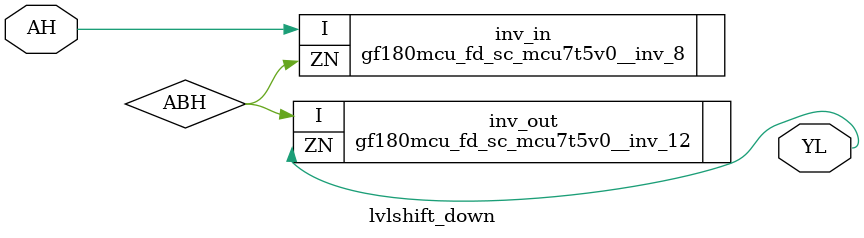
<source format=v>


module lvlshift_down (
`ifdef USE_POWER_PINS
	inout DVDD,	// 5.0V domain power supply
	inout DVSS,	// 5.0V domain ground return
	inout VDD,	// 3.3V domain power supply
`endif
	input  AH,	// 5.0V domain input
	output YL	// 3.3V domain output
);

wire ABH;

// NOTE:  This cell crosses voltage domains, but the
// low and high voltage ground returns are not really
// separated in the I/O library anyway, except by
// virtual ground cuts.

gf180mcu_fd_sc_mcu7t5v0__inv_12 inv_out (
`ifdef USE_POWER_PINS
	.VDD(VDD),
	.VSS(DVSS),
	.VNW(VDD),
	.VPW(DVSS),
`endif
	.I(ABH),
	.ZN(YL)
);

gf180mcu_fd_sc_mcu7t5v0__inv_8 inv_in (
`ifdef USE_POWER_PINS
	.VDD(DVDD),
	.VSS(DVSS),
	.VNW(DVDD),
	.VPW(DVSS),
`endif
	.I(AH),
	.ZN(ABH)
);

// For LVS purposes, enumerate the decap cell and antenna cell
`ifdef LVS
gf180mcu_fd_sc_mcu7t5v0__fillcap_8 decap (
`ifdef USE_POWER_PINS
	.VDD(DVDD),
	.VSS(DVSS),
	.VNW(DVDD),
	.VPW(DVSS)
`endif
);

gf180mcu_fd_sc_mcu7t5v0__antenna tiedown (
`ifdef USE_POWER_PINS
	.VDD(DVDD),
	.VSS(DVSS),
	.VNW(DVDD),
	.VPW(DVSS),
`endif
	.I(AH)
);
`endif // LVS

endmodule

</source>
